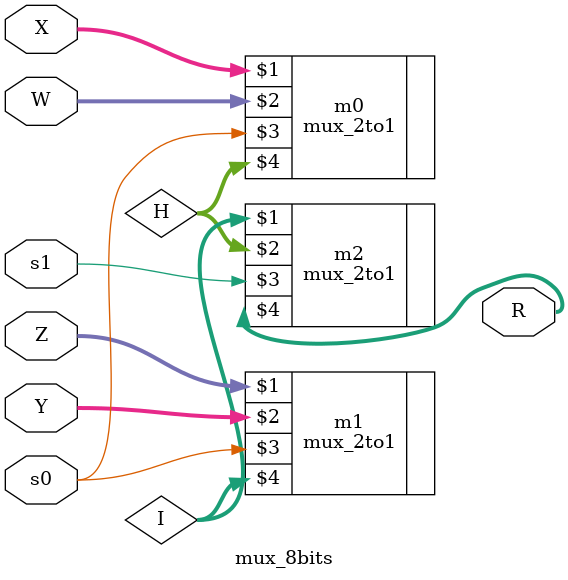
<source format=v>
`include "mux_2to1.v"
module mux_8bits
(
	input [7:0] W, X, Y, Z,
	input s0, s1,
	output [7:0] R
);
wire [7:0] H, I;

mux_2to1	m0(X, W, s0, H);
mux_2to1 	m1(Z, Y, s0, I);
mux_2to1	m2(I, H, s1, R);  

endmodule

</source>
